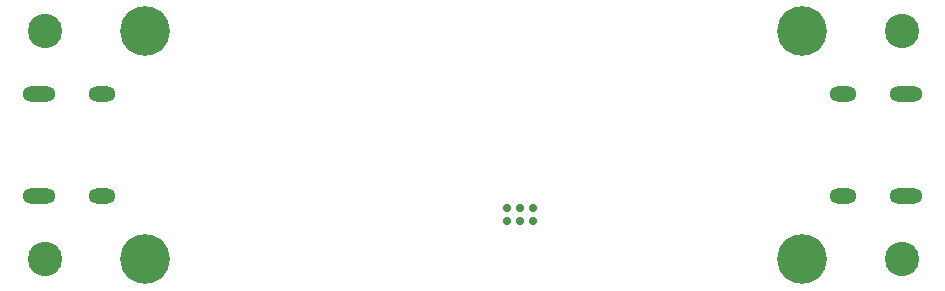
<source format=gbr>
%TF.GenerationSoftware,Altium Limited,CircuitMaker,2.0.2 (2.0.2.40)*%
G04 Layer_Color=8150272*
%FSLAX25Y25*%
%MOIN*%
%TF.SameCoordinates,4CCF3E00-E941-4990-BDAE-273065C54DFB*%
%TF.FilePolarity,Negative*%
%TF.FileFunction,Soldermask,Bot*%
%TF.Part,Single*%
G01*
G75*
%TA.AperFunction,ComponentPad*%
%ADD52C,0.16548*%
%ADD53C,0.11430*%
%ADD54O,0.11036X0.05131*%
%ADD55O,0.09068X0.05131*%
%TA.AperFunction,ViaPad*%
%ADD56C,0.02768*%
D52*
X143512Y141008D02*
D03*
Y216992D02*
D03*
X362488Y141008D02*
D03*
Y216992D02*
D03*
D53*
X395717Y141008D02*
D03*
X110284D02*
D03*
Y216992D02*
D03*
X395717D02*
D03*
D54*
X397299Y196008D02*
D03*
Y161992D02*
D03*
X108201Y161992D02*
D03*
Y196008D02*
D03*
D55*
X376197Y196008D02*
D03*
Y161992D02*
D03*
X129303Y161992D02*
D03*
Y196008D02*
D03*
D56*
X272831Y158000D02*
D03*
Y153669D02*
D03*
X268500Y158000D02*
D03*
Y153669D02*
D03*
X264169Y158000D02*
D03*
Y153669D02*
D03*
%TF.MD5,a13b739bc419e0708bb378d7b641dbe9*%
M02*

</source>
